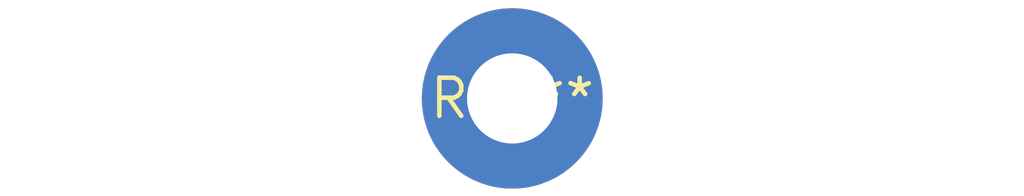
<source format=kicad_pcb>
(kicad_pcb (version 20240108) (generator pcbnew)
  (layers (0 "F.Cu" signal) (31 "B.Cu" signal) (34 "B.Paste" user) (35 "F.Paste" user) (36 "B.SilkS" user "B.Silkscreen") (37 "F.SilkS" user "F.Silkscreen") (38 "B.Mask" user) (39 "F.Mask" user) (44 "Edge.Cuts" user))
  (net 0 "")
  (footprint "MountingHole_3mm_Pad_TopBottom" (layer "F.Cu") (at 0 0)
    (property "Reference" "REF**")
    (property "Value" "MountingHole_3mm_Pad_TopBottom")
    (pad "1" thru_hole circle (at 0 0) (size 3.4 3.4) (drill 3) (layers *.Cu *.Mask) (remove_unused_layers))
    (pad "1" connect circle (at 0 0) (size 6 6) (layers "F.Cu" "F.Mask"))
    (pad "1" connect circle (at 0 0) (size 6 6) (layers "B.Cu" "B.Mask"))
  )
)
</source>
